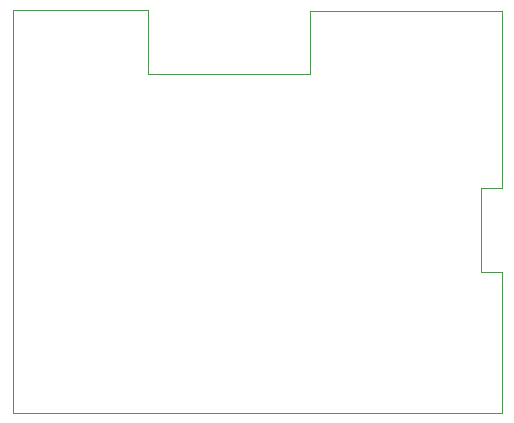
<source format=gm1>
%TF.GenerationSoftware,KiCad,Pcbnew,(6.0.2)*%
%TF.CreationDate,2022-03-15T02:09:26-04:00*%
%TF.ProjectId,ferrous_slime,66657272-6f75-4735-9f73-6c696d652e6b,v0.0.1*%
%TF.SameCoordinates,Original*%
%TF.FileFunction,Profile,NP*%
%FSLAX46Y46*%
G04 Gerber Fmt 4.6, Leading zero omitted, Abs format (unit mm)*
G04 Created by KiCad (PCBNEW (6.0.2)) date 2022-03-15 02:09:26*
%MOMM*%
%LPD*%
G01*
G04 APERTURE LIST*
%TA.AperFunction,Profile*%
%ADD10C,0.050000*%
%TD*%
G04 APERTURE END LIST*
D10*
X97231200Y-44905000D02*
X95453200Y-44905000D01*
X95453200Y-44905000D02*
X95453200Y-52017000D01*
X95453200Y-52017000D02*
X97231200Y-52017000D01*
X97231200Y-52017000D02*
X97231200Y-63955000D01*
X97231200Y-63955000D02*
X55829200Y-63955000D01*
X55829200Y-63955000D02*
X55829204Y-29903065D01*
X55829204Y-29903065D02*
X67310004Y-29905265D01*
X67310004Y-29905265D02*
X67310000Y-35306000D01*
X67310000Y-35306000D02*
X81026000Y-35306000D01*
X81026000Y-35306000D02*
X81026000Y-29919000D01*
X81026000Y-29919000D02*
X97231200Y-29919000D01*
X97231200Y-29919000D02*
X97231200Y-44905000D01*
M02*

</source>
